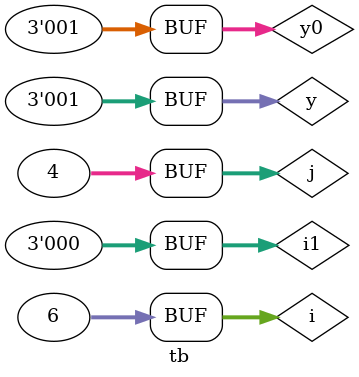
<source format=v>
/*
// Module 1: mod1 (Full Adder Logic)
module mod1(s0, c0, i);
    input [2:0] i;
    output s0, c0;
    wire t1, t2, t3;

    xor2 x1(t1, i[0], i[1]);
    xor2 x2(s0, t1, i[2]);

    and2 a1(t2, i[0], i[1]);
    and2 a2(t3, t1, i[2]);
    or2 o1(c0, t2, t3);
endmodule

// Module 2: mod2 (AND logic with inverter)
module mod2(out, s0, c0, y);
    input s0, c0, y;
    output out;
    wire w1;

    invert n1(w1, y);  // Inverter
    and3 a3(out, w1, s0, c0);  // 3-input AND gate
endmodule

// Module 3: mod3 (Half Adder)
module mod3(s, c, y1, y2);
    input y1, y2;
    output s, c;

    xor2 G1(s, y1, y2);  // XOR gate for sum
    and2 G2(c, y1, y2);  // AND gate for carry
endmodule

// Top-level Module: circuit4
module circuit4(cout, s0, i, y, y0);
    input [2:0] i;
    input y, y0;
    output cout, s0;
    wire s, c, yout;

    // Instantiate mod1, mod2, and mod3
    mod1 M1(.s0(s), .c0(c), .i(i));        // Instance of mod1
    mod2 M2(.out(yout), .s0(s), .c0(c), .y(y));  // Instance of mod2
    mod3 M3(.s(s0), .c(cout), .y1(y0), .y2(yout));  // Instance of mod3
endmodule

`define TESTVECS 6

module tb;
    reg [2:0] i1;
    reg y, y0;
    wire s0, cout;

    reg [2:0] test_vecs[0:(`TESTVECS-1)];
    integer i;

    // Dump waveforms
    initial begin
        $dumpfile("circuit_4.vcd");
        $dumpvars(0, tb);
    end

    // Initialize test vectors
    initial begin
        test_vecs[0] = 3'b000;
        test_vecs[1] = 3'b001;
        test_vecs[2] = 3'b010;
        test_vecs[3] = 3'b011;
        test_vecs[4] = 3'b100;
        test_vecs[5] = 3'b101;
    end

    // Initialize inputs
    initial begin
        i1 = 3'b000;
        y = 1'b0;    
        y0 = 1'b0;   
    end

    // Instantiate the circuit4 module
    circuit4 circuit4_0(cout, s0, i1, y, y0);

    // Apply test vectors
    initial begin
        for (i = 0; i < `TESTVECS; i = i + 1) begin
            #10 i1 = test_vecs[i]; 
            y = 1'b1;    // Assign some values to y
            y0 = 1'b0;   // Assign some values to y0
            #10 y = 1'b0;
            y0 = 1'b1;
        end
    end

    // Monitor outputs
    always @(i1 or y or y0) begin
        $monitor("At time %t, i1 = %b, y = %b, y0 = %b, s0 = %b, cout = %b", $time, i1, y, y0, s0, cout);
    end
endmodule
*/

// Predefined modules
module invert (input wire i, output wire o);
   assign o = ~i;
endmodule

module and2 (input wire i0, i1, output wire o);
  assign o = i0 & i1;
endmodule

module or2 (input wire i0, i1, output wire o);
  assign o = i0 | i1;
endmodule

module xor2 (input wire i0, i1, output wire o);
  assign o = i0 ^ i1;
endmodule

module and3 (input wire i0, i1, i2, output wire o);
   wire t;
   and2 and2_0 (i0, i1, t);
   and2 and2_1 (i2, t, o);
endmodule

module or3 (input wire i0, i1, i2, output wire o);
   wire t;
   or2 or2_0 (i0, i1, t);
   or2 or2_1 (i2, t, o);
endmodule

module xor3 (input wire i0, i1, i2, output wire o);
   wire t;
   xor2 xor2_0 (i0, i1, t);
   xor2 xor2_1 (i2, t, o);
endmodule

// Full Adder module (using xor3 and or3)
module fa (input wire i0, i1, cin, output wire sum, cout);
   wire t0, t1, t2;
   xor3 _i0 (i0, i1, cin, sum);
   and2 _i1 (i0, i1, t0);
   and2 _i2 (i1, cin, t1);
   and2 _i3 (cin, i0, t2);
   or3 _i4 (t0, t1, t2, cout);
endmodule

// Custom modules
module mod1 (input wire [2:0] i, output wire s0, c0);
    wire t1, t2, t3;

    xor2 x1(t1, i[0], i[1]);
    xor2 x2(s0, t1, i[2]);

    and2 a1(t2, i[0], i[1]);
    and2 a2(t3, t1, i[2]);
    or2 o1(c0, t2, t3);
endmodule

module mod2 (input wire s0, c0, y, output wire out);
    wire w1;

    invert n1(w1, y);
    and3 a3(out, w1, s0, c0);
endmodule

module mod3 (input wire y1, y2, output wire s, c);
    xor2 G1(s, y1, y2);
    and2 G2(c, y1, y2);
endmodule

// Main circuit module
module circuit4 (input wire [2:0] i, input wire [2:0] y, input wire [2:0] y0, output wire cout, s0);
    wire s, c, yout;

    // Instantiate submodules
    mod1 M1 (.i(i), .s0(s), .c0(c));
    mod2 M2 (.s0(s), .c0(c), .y(y[0]), .out(yout));  // y[0] is passed to mod2
    mod3 M3 (.y1(y0[0]), .y2(yout), .s(s0), .c(cout));  // y0[0] is passed to mod3
endmodule

// Testbench
`define TESTVECS 6
module tb;
    reg [2:0] i1;
    reg [2:0] y, y0;
    wire s0, cout;

    reg [2:0] test_vecs[0:(`TESTVECS-1)];
    integer i, j;

    // VCD dump for waveform viewing
    initial begin
        $dumpfile("circuit_4.vcd");
        $dumpvars(0, tb);
    end

    // Test vectors initialization
    initial begin
        test_vecs[0] = 3'b000;
        test_vecs[1] = 3'b001;
        test_vecs[2] = 3'b010;
        test_vecs[3] = 3'b011;
        test_vecs[4] = 3'b100;
        test_vecs[5] = 3'b101;
    end

    // Initial input values
    initial begin
        i1 = 3'b000;
        y = 3'b000;    
        y0 = 3'b000;   
    end

    // Instantiate the circuit4 module
    circuit4 circuit4_0 (.i(i1), .y(y), .y0(y0), .cout(cout), .s0(s0));

    // Test loop
    initial begin
        for (i = 0; i < `TESTVECS; i = i + 1) begin
            for (j = 0; j < 4; j = j + 1) begin
                #10 i1 = test_vecs[i]; 
                y = {2'b0, j[1]};   // y[0] is varied
                y0 = {2'b0, j[0]};  // y0[0] is varied
            end
        end
    end

    // Monitor the signals
    always @(i1 or y or y0) begin
        $monitor("At time %t, i1 = %b, y = %b, y0 = %b, s0 = %b, cout = %b", $time, i1, y, y0, s0, cout);
    end
endmodule
</source>
